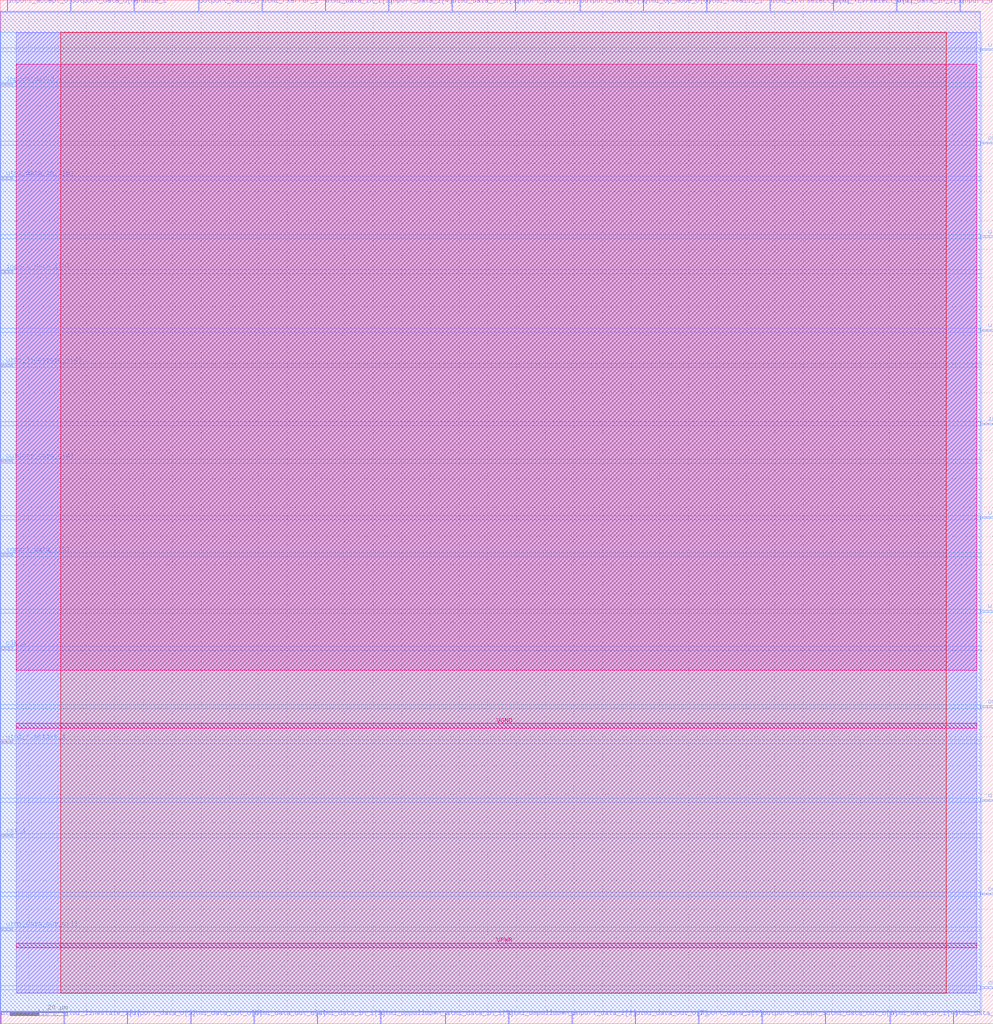
<source format=lef>
VERSION 5.7 ;
  NOWIREEXTENSIONATPIN ON ;
  DIVIDERCHAR "/" ;
  BUSBITCHARS "[]" ;
MACRO usb_cdc_core
  CLASS BLOCK ;
  FOREIGN usb_cdc_core ;
  ORIGIN 0.000 0.000 ;
  SIZE 346.200 BY 356.920 ;
  PIN clk_i
    DIRECTION INPUT ;
    PORT
      LAYER met3 ;
        RECT 0.000 130.600 4.000 131.200 ;
    END
  END clk_i
  PIN enable_i
    DIRECTION INPUT ;
    PORT
      LAYER met2 ;
        RECT 46.550 352.920 46.830 356.920 ;
    END
  END enable_i
  PIN inport_accept_o
    DIRECTION OUTPUT TRISTATE ;
    PORT
      LAYER met2 ;
        RECT 2.390 352.920 2.670 356.920 ;
    END
  END inport_accept_o
  PIN inport_data_i[0]
    DIRECTION INPUT ;
    PORT
      LAYER met3 ;
        RECT 0.000 261.840 4.000 262.440 ;
    END
  END inport_data_i[0]
  PIN inport_data_i[1]
    DIRECTION INPUT ;
    PORT
      LAYER met2 ;
        RECT 179.490 352.920 179.770 356.920 ;
    END
  END inport_data_i[1]
  PIN inport_data_i[2]
    DIRECTION INPUT ;
    PORT
      LAYER met2 ;
        RECT 199.270 0.000 199.550 4.000 ;
    END
  END inport_data_i[2]
  PIN inport_data_i[3]
    DIRECTION INPUT ;
    PORT
      LAYER met2 ;
        RECT 243.430 0.000 243.710 4.000 ;
    END
  END inport_data_i[3]
  PIN inport_data_i[4]
    DIRECTION INPUT ;
    PORT
      LAYER met2 ;
        RECT 135.330 352.920 135.610 356.920 ;
    END
  END inport_data_i[4]
  PIN inport_data_i[5]
    DIRECTION INPUT ;
    PORT
      LAYER met3 ;
        RECT 0.000 163.240 4.000 163.840 ;
    END
  END inport_data_i[5]
  PIN inport_data_i[6]
    DIRECTION INPUT ;
    PORT
      LAYER met2 ;
        RECT 334.510 352.920 334.790 356.920 ;
    END
  END inport_data_i[6]
  PIN inport_data_i[7]
    DIRECTION INPUT ;
    PORT
      LAYER met3 ;
        RECT 342.200 208.800 346.200 209.400 ;
    END
  END inport_data_i[7]
  PIN inport_valid_i
    DIRECTION INPUT ;
    PORT
      LAYER met3 ;
        RECT 0.000 327.120 4.000 327.720 ;
    END
  END inport_valid_i
  PIN outport_accept_i
    DIRECTION INPUT ;
    PORT
      LAYER met2 ;
        RECT 265.510 0.000 265.790 4.000 ;
    END
  END outport_accept_i
  PIN outport_data_o[0]
    DIRECTION OUTPUT TRISTATE ;
    PORT
      LAYER met2 ;
        RECT 24.470 352.920 24.750 356.920 ;
    END
  END outport_data_o[0]
  PIN outport_data_o[1]
    DIRECTION OUTPUT TRISTATE ;
    PORT
      LAYER met2 ;
        RECT 202.030 352.920 202.310 356.920 ;
    END
  END outport_data_o[1]
  PIN outport_data_o[2]
    DIRECTION OUTPUT TRISTATE ;
    PORT
      LAYER met2 ;
        RECT 44.250 0.000 44.530 4.000 ;
    END
  END outport_data_o[2]
  PIN outport_data_o[3]
    DIRECTION OUTPUT TRISTATE ;
    PORT
      LAYER met3 ;
        RECT 342.200 44.920 346.200 45.520 ;
    END
  END outport_data_o[3]
  PIN outport_data_o[4]
    DIRECTION OUTPUT TRISTATE ;
    PORT
      LAYER met3 ;
        RECT 0.000 195.880 4.000 196.480 ;
    END
  END outport_data_o[4]
  PIN outport_data_o[5]
    DIRECTION OUTPUT TRISTATE ;
    PORT
      LAYER met3 ;
        RECT 342.200 110.200 346.200 110.800 ;
    END
  END outport_data_o[5]
  PIN outport_data_o[6]
    DIRECTION OUTPUT TRISTATE ;
    PORT
      LAYER met3 ;
        RECT 342.200 306.720 346.200 307.320 ;
    END
  END outport_data_o[6]
  PIN outport_data_o[7]
    DIRECTION OUTPUT TRISTATE ;
    PORT
      LAYER met3 ;
        RECT 342.200 12.280 346.200 12.880 ;
    END
  END outport_data_o[7]
  PIN outport_valid_o
    DIRECTION OUTPUT TRISTATE ;
    PORT
      LAYER met2 ;
        RECT 69.090 352.920 69.370 356.920 ;
    END
  END outport_valid_o
  PIN rst_i
    DIRECTION INPUT ;
    PORT
      LAYER met3 ;
        RECT 0.000 65.320 4.000 65.920 ;
    END
  END rst_i
  PIN utmi_data_in_i[0]
    DIRECTION INPUT ;
    PORT
      LAYER met2 ;
        RECT 332.210 0.000 332.490 4.000 ;
    END
  END utmi_data_in_i[0]
  PIN utmi_data_in_i[1]
    DIRECTION INPUT ;
    PORT
      LAYER met2 ;
        RECT 157.410 352.920 157.690 356.920 ;
    END
  END utmi_data_in_i[1]
  PIN utmi_data_in_i[2]
    DIRECTION INPUT ;
    PORT
      LAYER met2 ;
        RECT 110.490 0.000 110.770 4.000 ;
    END
  END utmi_data_in_i[2]
  PIN utmi_data_in_i[3]
    DIRECTION INPUT ;
    PORT
      LAYER met2 ;
        RECT 113.250 352.920 113.530 356.920 ;
    END
  END utmi_data_in_i[3]
  PIN utmi_data_in_i[4]
    DIRECTION INPUT ;
    PORT
      LAYER met2 ;
        RECT 310.130 0.000 310.410 4.000 ;
    END
  END utmi_data_in_i[4]
  PIN utmi_data_in_i[5]
    DIRECTION INPUT ;
    PORT
      LAYER met2 ;
        RECT 312.430 352.920 312.710 356.920 ;
    END
  END utmi_data_in_i[5]
  PIN utmi_data_in_i[6]
    DIRECTION INPUT ;
    PORT
      LAYER met3 ;
        RECT 0.000 294.480 4.000 295.080 ;
    END
  END utmi_data_in_i[6]
  PIN utmi_data_in_i[7]
    DIRECTION INPUT ;
    PORT
      LAYER met2 ;
        RECT 155.110 0.000 155.390 4.000 ;
    END
  END utmi_data_in_i[7]
  PIN utmi_data_out_o[0]
    DIRECTION OUTPUT TRISTATE ;
    PORT
      LAYER met3 ;
        RECT 342.200 241.440 346.200 242.040 ;
    END
  END utmi_data_out_o[0]
  PIN utmi_data_out_o[1]
    DIRECTION OUTPUT TRISTATE ;
    PORT
      LAYER met3 ;
        RECT 0.000 32.680 4.000 33.280 ;
    END
  END utmi_data_out_o[1]
  PIN utmi_data_out_o[2]
    DIRECTION OUTPUT TRISTATE ;
    PORT
      LAYER met3 ;
        RECT 342.200 339.360 346.200 339.960 ;
    END
  END utmi_data_out_o[2]
  PIN utmi_data_out_o[3]
    DIRECTION OUTPUT TRISTATE ;
    PORT
      LAYER met3 ;
        RECT 342.200 77.560 346.200 78.160 ;
    END
  END utmi_data_out_o[3]
  PIN utmi_data_out_o[4]
    DIRECTION OUTPUT TRISTATE ;
    PORT
      LAYER met2 ;
        RECT 88.410 0.000 88.690 4.000 ;
    END
  END utmi_data_out_o[4]
  PIN utmi_data_out_o[5]
    DIRECTION OUTPUT TRISTATE ;
    PORT
      LAYER met2 ;
        RECT 66.330 0.000 66.610 4.000 ;
    END
  END utmi_data_out_o[5]
  PIN utmi_data_out_o[6]
    DIRECTION OUTPUT TRISTATE ;
    PORT
      LAYER met2 ;
        RECT 287.590 0.000 287.870 4.000 ;
    END
  END utmi_data_out_o[6]
  PIN utmi_data_out_o[7]
    DIRECTION OUTPUT TRISTATE ;
    PORT
      LAYER met2 ;
        RECT 221.350 0.000 221.630 4.000 ;
    END
  END utmi_data_out_o[7]
  PIN utmi_dmpulldown_o
    DIRECTION OUTPUT TRISTATE ;
    PORT
      LAYER met2 ;
        RECT 177.190 0.000 177.470 4.000 ;
    END
  END utmi_dmpulldown_o
  PIN utmi_dppulldown_o
    DIRECTION OUTPUT TRISTATE ;
    PORT
      LAYER met2 ;
        RECT 132.570 0.000 132.850 4.000 ;
    END
  END utmi_dppulldown_o
  PIN utmi_linestate_i[0]
    DIRECTION INPUT ;
    PORT
      LAYER met3 ;
        RECT 0.000 229.200 4.000 229.800 ;
    END
  END utmi_linestate_i[0]
  PIN utmi_linestate_i[1]
    DIRECTION INPUT ;
    PORT
      LAYER met2 ;
        RECT 22.170 0.000 22.450 4.000 ;
    END
  END utmi_linestate_i[1]
  PIN utmi_op_mode_o[0]
    DIRECTION OUTPUT TRISTATE ;
    PORT
      LAYER met2 ;
        RECT 224.110 352.920 224.390 356.920 ;
    END
  END utmi_op_mode_o[0]
  PIN utmi_op_mode_o[1]
    DIRECTION OUTPUT TRISTATE ;
    PORT
      LAYER met3 ;
        RECT 342.200 176.160 346.200 176.760 ;
    END
  END utmi_op_mode_o[1]
  PIN utmi_rxactive_i
    DIRECTION INPUT ;
    PORT
      LAYER met3 ;
        RECT 0.000 97.960 4.000 98.560 ;
    END
  END utmi_rxactive_i
  PIN utmi_rxerror_i
    DIRECTION INPUT ;
    PORT
      LAYER met2 ;
        RECT 91.170 352.920 91.450 356.920 ;
    END
  END utmi_rxerror_i
  PIN utmi_rxvalid_i
    DIRECTION INPUT ;
    PORT
      LAYER met2 ;
        RECT 246.190 352.920 246.470 356.920 ;
    END
  END utmi_rxvalid_i
  PIN utmi_termselect_o
    DIRECTION OUTPUT TRISTATE ;
    PORT
      LAYER met3 ;
        RECT 342.200 274.080 346.200 274.680 ;
    END
  END utmi_termselect_o
  PIN utmi_txready_i
    DIRECTION INPUT ;
    PORT
      LAYER met3 ;
        RECT 342.200 143.520 346.200 144.120 ;
    END
  END utmi_txready_i
  PIN utmi_txvalid_o
    DIRECTION OUTPUT TRISTATE ;
    PORT
      LAYER met2 ;
        RECT 0.090 0.000 0.370 4.000 ;
    END
  END utmi_txvalid_o
  PIN utmi_xcvrselect_o[0]
    DIRECTION OUTPUT TRISTATE ;
    PORT
      LAYER met2 ;
        RECT 268.270 352.920 268.550 356.920 ;
    END
  END utmi_xcvrselect_o[0]
  PIN utmi_xcvrselect_o[1]
    DIRECTION OUTPUT TRISTATE ;
    PORT
      LAYER met2 ;
        RECT 290.350 352.920 290.630 356.920 ;
    END
  END utmi_xcvrselect_o[1]
  PIN VPWR
    DIRECTION INPUT ;
    USE POWER ;
    PORT
      LAYER met5 ;
        RECT 5.520 26.490 340.400 28.090 ;
    END
  END VPWR
  PIN VGND
    DIRECTION INPUT ;
    USE GROUND ;
    PORT
      LAYER met5 ;
        RECT 5.520 103.080 340.400 104.680 ;
    END
  END VGND
  OBS
      LAYER li1 ;
        RECT 5.520 10.795 340.400 345.525 ;
      LAYER met1 ;
        RECT 5.520 10.640 340.400 345.680 ;
      LAYER met2 ;
        RECT 0.090 352.640 2.110 352.920 ;
        RECT 2.950 352.640 24.190 352.920 ;
        RECT 25.030 352.640 46.270 352.920 ;
        RECT 47.110 352.640 68.810 352.920 ;
        RECT 69.650 352.640 90.890 352.920 ;
        RECT 91.730 352.640 112.970 352.920 ;
        RECT 113.810 352.640 135.050 352.920 ;
        RECT 135.890 352.640 157.130 352.920 ;
        RECT 157.970 352.640 179.210 352.920 ;
        RECT 180.050 352.640 201.750 352.920 ;
        RECT 202.590 352.640 223.830 352.920 ;
        RECT 224.670 352.640 245.910 352.920 ;
        RECT 246.750 352.640 267.990 352.920 ;
        RECT 268.830 352.640 290.070 352.920 ;
        RECT 290.910 352.640 312.150 352.920 ;
        RECT 312.990 352.640 334.230 352.920 ;
        RECT 335.070 352.640 341.690 352.920 ;
        RECT 0.090 4.280 341.690 352.640 ;
        RECT 0.650 4.000 21.890 4.280 ;
        RECT 22.730 4.000 43.970 4.280 ;
        RECT 44.810 4.000 66.050 4.280 ;
        RECT 66.890 4.000 88.130 4.280 ;
        RECT 88.970 4.000 110.210 4.280 ;
        RECT 111.050 4.000 132.290 4.280 ;
        RECT 133.130 4.000 154.830 4.280 ;
        RECT 155.670 4.000 176.910 4.280 ;
        RECT 177.750 4.000 198.990 4.280 ;
        RECT 199.830 4.000 221.070 4.280 ;
        RECT 221.910 4.000 243.150 4.280 ;
        RECT 243.990 4.000 265.230 4.280 ;
        RECT 266.070 4.000 287.310 4.280 ;
        RECT 288.150 4.000 309.850 4.280 ;
        RECT 310.690 4.000 331.930 4.280 ;
        RECT 332.770 4.000 341.690 4.280 ;
      LAYER met3 ;
        RECT 0.065 340.360 342.200 345.605 ;
        RECT 0.065 338.960 341.800 340.360 ;
        RECT 0.065 328.120 342.200 338.960 ;
        RECT 4.400 326.720 342.200 328.120 ;
        RECT 0.065 307.720 342.200 326.720 ;
        RECT 0.065 306.320 341.800 307.720 ;
        RECT 0.065 295.480 342.200 306.320 ;
        RECT 4.400 294.080 342.200 295.480 ;
        RECT 0.065 275.080 342.200 294.080 ;
        RECT 0.065 273.680 341.800 275.080 ;
        RECT 0.065 262.840 342.200 273.680 ;
        RECT 4.400 261.440 342.200 262.840 ;
        RECT 0.065 242.440 342.200 261.440 ;
        RECT 0.065 241.040 341.800 242.440 ;
        RECT 0.065 230.200 342.200 241.040 ;
        RECT 4.400 228.800 342.200 230.200 ;
        RECT 0.065 209.800 342.200 228.800 ;
        RECT 0.065 208.400 341.800 209.800 ;
        RECT 0.065 196.880 342.200 208.400 ;
        RECT 4.400 195.480 342.200 196.880 ;
        RECT 0.065 177.160 342.200 195.480 ;
        RECT 0.065 175.760 341.800 177.160 ;
        RECT 0.065 164.240 342.200 175.760 ;
        RECT 4.400 162.840 342.200 164.240 ;
        RECT 0.065 144.520 342.200 162.840 ;
        RECT 0.065 143.120 341.800 144.520 ;
        RECT 0.065 131.600 342.200 143.120 ;
        RECT 4.400 130.200 342.200 131.600 ;
        RECT 0.065 111.200 342.200 130.200 ;
        RECT 0.065 109.800 341.800 111.200 ;
        RECT 0.065 98.960 342.200 109.800 ;
        RECT 4.400 97.560 342.200 98.960 ;
        RECT 0.065 78.560 342.200 97.560 ;
        RECT 0.065 77.160 341.800 78.560 ;
        RECT 0.065 66.320 342.200 77.160 ;
        RECT 4.400 64.920 342.200 66.320 ;
        RECT 0.065 45.920 342.200 64.920 ;
        RECT 0.065 44.520 341.800 45.920 ;
        RECT 0.065 33.680 342.200 44.520 ;
        RECT 4.400 32.280 342.200 33.680 ;
        RECT 0.065 13.280 342.200 32.280 ;
        RECT 0.065 11.880 341.800 13.280 ;
        RECT 0.065 4.255 342.200 11.880 ;
      LAYER met4 ;
        RECT 21.040 10.640 329.840 345.680 ;
      LAYER met5 ;
        RECT 5.520 123.300 340.400 334.450 ;
  END
END usb_cdc_core
END LIBRARY


</source>
